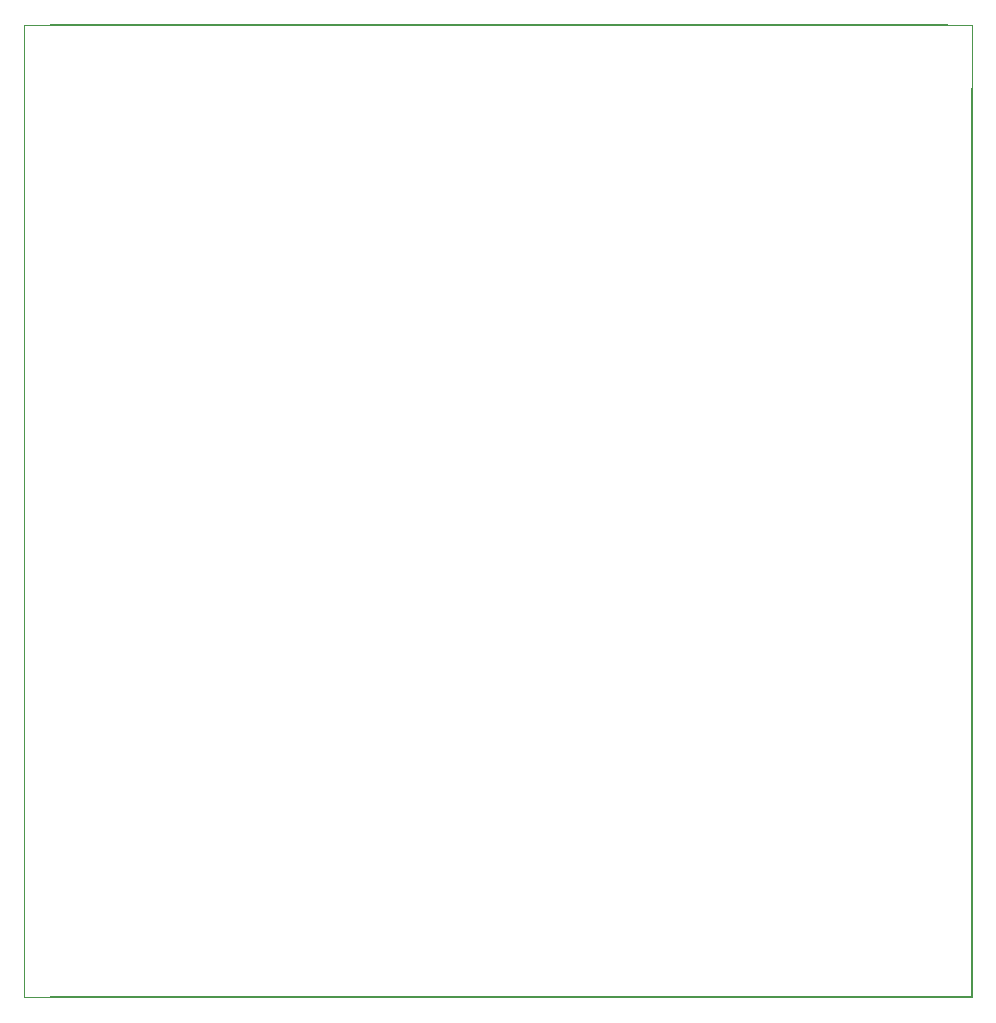
<source format=gbr>
G04 #@! TF.GenerationSoftware,KiCad,Pcbnew,(5.0.0)*
G04 #@! TF.CreationDate,2019-02-22T13:26:14-05:00*
G04 #@! TF.ProjectId,_saved_sensor_suite,5F73617665645F73656E736F725F7375,rev?*
G04 #@! TF.SameCoordinates,Original*
G04 #@! TF.FileFunction,Profile,NP*
%FSLAX46Y46*%
G04 Gerber Fmt 4.6, Leading zero omitted, Abs format (unit mm)*
G04 Created by KiCad (PCBNEW (5.0.0)) date 02/22/19 13:26:14*
%MOMM*%
%LPD*%
G01*
G04 APERTURE LIST*
%ADD10C,0.100000*%
%ADD11C,0.200000*%
G04 APERTURE END LIST*
D10*
X123800000Y-70700000D02*
X126000000Y-70700000D01*
X123800000Y-76000000D02*
X123800000Y-70700000D01*
X204000000Y-70700000D02*
X202000000Y-70700000D01*
X204000000Y-76000000D02*
X204000000Y-70700000D01*
X123800000Y-153000000D02*
X126000000Y-153000000D01*
X123800000Y-76000000D02*
X123800000Y-153000000D01*
D11*
X204000000Y-76000000D02*
X204000000Y-153000000D01*
X126000000Y-70700000D02*
X202000000Y-70700000D01*
X204000000Y-153000000D02*
X126000000Y-153000000D01*
M02*

</source>
